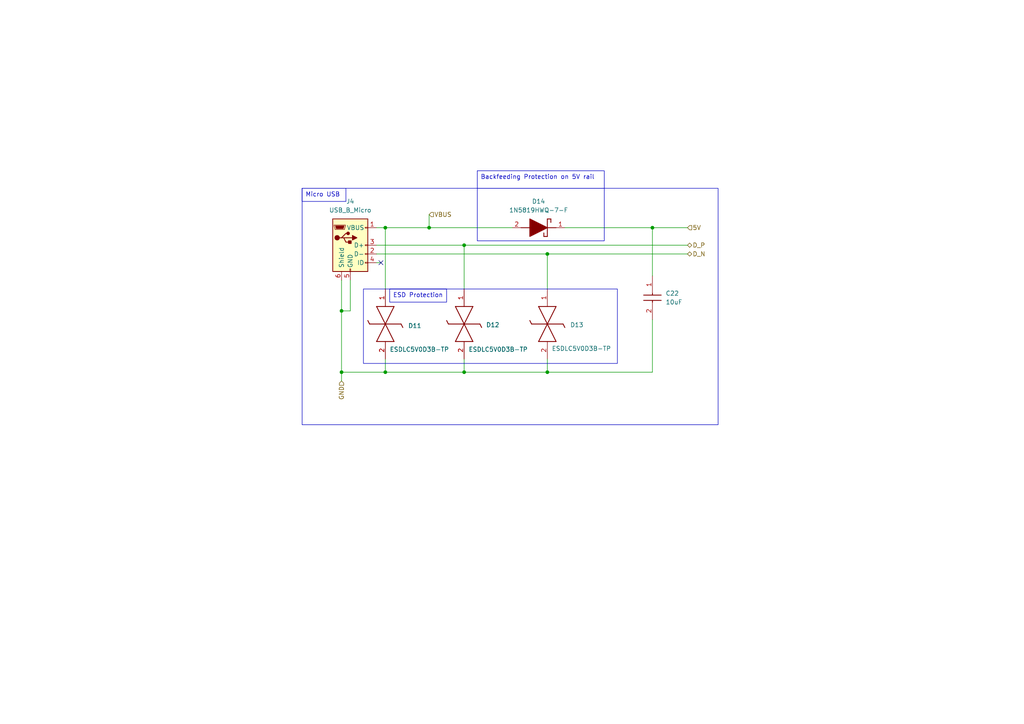
<source format=kicad_sch>
(kicad_sch (version 20250114) (generator "eeschema") (generator_version "9.0")
  (paper "A4")
  (lib_symbols
    (symbol "Connector:USB_B_Micro" (pin_names (offset 1.016))
      (property "Reference" "J" (at -5.08 11.43 0))
      (property "Value" "USB_B_Micro" (at -5.08 8.89 0))
      (symbol "USB_B_Micro_0_1"
        (rectangle (start -5.08 -7.62) (end 5.08 7.62) (stroke (width 0.254)) (fill (type background)))
        (polyline (pts (xy -4.699 5.842) (xy -4.699 5.588) (xy -4.445 4.826) (xy -4.445 4.572) (xy -1.651 4.572) (xy -1.651 4.826) (xy -1.397 5.588) (xy -1.397 5.842) (xy -4.699 5.842)))
        (polyline (pts (xy -4.318 5.588) (xy -1.778 5.588) (xy -2.032 4.826) (xy -4.064 4.826) (xy -4.318 5.588)) (fill (type outline)))
        (circle (center -3.81 2.159) (radius 0.635) (stroke (width 0.254)) (fill (type outline)))
        (polyline (pts (xy -3.175 2.159) (xy -2.54 2.159) (xy -1.27 3.429) (xy -0.635 3.429)) (stroke (width 0.254)))
        (polyline (pts (xy -2.54 2.159) (xy -1.905 2.159) (xy -1.27 0.889) (xy 0 0.889)) (stroke (width 0.254)))
        (polyline (pts (xy -1.905 2.159) (xy 0.635 2.159)) (stroke (width 0.254)))
        (circle (center -0.635 3.429) (radius 0.381) (stroke (width 0.254)) (fill (type outline)))
        (rectangle (start -0.127 -7.62) (end 0.127 -6.858))
        (rectangle (start 0.254 1.27) (end -0.508 0.508) (stroke (width 0.254)) (fill (type outline)))
        (polyline (pts (xy 0.635 2.794) (xy 0.635 1.524) (xy 1.905 2.159) (xy 0.635 2.794)) (stroke (width 0.254)) (fill (type outline)))
        (rectangle (start 5.08 4.953) (end 4.318 5.207))
        (rectangle (start 5.08 -0.127) (end 4.318 0.127))
        (rectangle (start 5.08 -2.667) (end 4.318 -2.413))
        (rectangle (start 5.08 -5.207) (end 4.318 -4.953))
      )
      (symbol "USB_B_Micro_1_1"
        (pin passive line (at -2.54 -10.16 90) (length 2.54) (name "Shield") (number "6"))
        (pin power_out line (at 0 -10.16 90) (length 2.54) (name "GND") (number "5"))
        (pin power_out line (at 7.62 5.08 180) (length 2.54) (name "VBUS") (number "1"))
        (pin bidirectional line (at 7.62 0 180) (length 2.54) (name "D+") (number "3"))
        (pin bidirectional line (at 7.62 -2.54 180) (length 2.54) (name "D-") (number "2"))
        (pin passive line (at 7.62 -5.08 180) (length 2.54) (name "ID") (number "4"))
      )
    )
    (symbol "SamacSys_Parts:1N5819HWQ-7-F" (pin_names (hide yes))
      (property "Reference" "D" (at 12.7 8.89 0))
      (property "Value" "1N5819HWQ-7-F" (at 12.7 6.35 0))
      (symbol "1N5819HWQ-7-F_1_1"
        (polyline (pts (xy 5.08 0) (xy 7.62 0)) (stroke (width 0.254)))
        (polyline (pts (xy 6.604 -1.524) (xy 6.604 -2.54)) (stroke (width 0.254)))
        (polyline (pts (xy 7.62 2.54) (xy 7.62 -2.54)) (stroke (width 0.254)))
        (polyline (pts (xy 7.62 2.54) (xy 8.636 2.54)) (stroke (width 0.254)))
        (polyline (pts (xy 7.62 0) (xy 12.7 2.54) (xy 12.7 -2.54) (xy 7.62 0)) (stroke (width 0.254)) (fill (type outline)))
        (polyline (pts (xy 7.62 -2.54) (xy 6.604 -2.54)) (stroke (width 0.254)))
        (polyline (pts (xy 8.636 1.524) (xy 8.636 2.54)) (stroke (width 0.254)))
        (polyline (pts (xy 12.7 0) (xy 15.24 0)) (stroke (width 0.254)))
        (pin passive line (at 2.54 0 0) (length 2.54) (name "K") (number "1"))
        (pin passive line (at 17.78 0 180) (length 2.54) (name "A") (number "2"))
      )
    )
    (symbol "SamacSys_Parts:CL21A106KAYNNNE" (pin_names (hide yes))
      (property "Reference" "C" (at 8.89 6.35 0))
      (property "Value" "CL21A106KAYNNNE" (at 8.89 3.81 0))
      (symbol "CL21A106KAYNNNE_1_1"
        (polyline (pts (xy 5.08 0) (xy 5.588 0)) (stroke (width 0.254)))
        (polyline (pts (xy 5.588 2.54) (xy 5.588 -2.54)) (stroke (width 0.254)))
        (polyline (pts (xy 7.112 2.54) (xy 7.112 -2.54)) (stroke (width 0.254)))
        (polyline (pts (xy 7.112 0) (xy 7.62 0)) (stroke (width 0.254)))
        (pin passive line (at 0 0 0) (length 5.08) (name "1") (number "1"))
        (pin passive line (at 12.7 0 180) (length 5.08) (name "2") (number "2"))
      )
    )
    (symbol "SamacSys_Parts:ESDLC5V0D3B-TP" (pin_names (hide yes))
      (property "Reference" "D" (at 15.24 8.89 0))
      (property "Value" "ESDLC5V0D3B-TP" (at 15.24 6.35 0))
      (symbol "ESDLC5V0D3B-TP_1_1"
        (polyline (pts (xy 5.08 2.54) (xy 5.08 -2.54)) (stroke (width 0.254)))
        (polyline (pts (xy 5.08 2.54) (xy 10.16 0)) (stroke (width 0.254)))
        (polyline (pts (xy 10.16 0) (xy 5.08 -2.54)) (stroke (width 0.254)))
        (polyline (pts (xy 10.16 0) (xy 15.24 -2.54)) (stroke (width 0.254)))
        (polyline (pts (xy 10.16 -4.572) (xy 9.144 -5.08)) (stroke (width 0.254)))
        (polyline (pts (xy 10.16 -4.572) (xy 10.16 4.572)) (stroke (width 0.254)))
        (polyline (pts (xy 11.176 5.08) (xy 10.16 4.572)) (stroke (width 0.254)))
        (polyline (pts (xy 15.24 2.54) (xy 10.16 0)) (stroke (width 0.254)))
        (polyline (pts (xy 15.24 2.54) (xy 15.24 -2.54)) (stroke (width 0.254)))
        (pin passive line (at 0 0 0) (length 5.08) (name "K1") (number "1"))
        (pin passive line (at 20.32 0 180) (length 5.08) (name "K2") (number "2"))
      )
    )
  )
  (rectangle (start 138.43 54.61) (end 175.26 69.85))
  (rectangle (start 87.63 54.61) (end 208.28 123.19))
  (rectangle (start 105.41 83.82) (end 179.07 105.41))
  (text_box "Backfeeding Protection on 5V rail" (at 138.43 49.53 0) (size 36.83 5.08) (margins 0.9525 0.9525 0.9525 0.9525) (effects (font (size 1.27 1.27)) (justify left top)))
  (text_box "ESD Protection" (at 113.03 83.82 0) (size 16.51 3.81) (margins 0.9525 0.9525 0.9525 0.9525) (effects (font (size 1.27 1.27)) (justify left top)))
  (text_box "Micro USB" (at 87.63 54.61 0) (size 12.7 3.81) (margins 0.9525 0.9525 0.9525 0.9525) (effects (font (size 1.27 1.27)) (justify left top)))
  (junction (at 99.06 107.95))
  (junction (at 124.46 66.04))
  (junction (at 158.75 107.95))
  (junction (at 134.62 71.12))
  (junction (at 111.76 107.95))
  (junction (at 111.76 66.04))
  (junction (at 189.23 66.04))
  (junction (at 158.75 73.66))
  (junction (at 134.62 107.95))
  (junction (at 99.06 90.17))
  (no_connect (at 110.49 76.2))
  (wire (pts (xy 189.23 66.04) (xy 199.39 66.04)))
  (wire (pts (xy 99.06 90.17) (xy 99.06 107.95)))
  (wire (pts (xy 111.76 66.04) (xy 111.76 83.82)))
  (wire (pts (xy 124.46 62.23) (xy 124.46 66.04)))
  (wire (pts (xy 134.62 107.95) (xy 158.75 107.95)))
  (wire (pts (xy 111.76 66.04) (xy 124.46 66.04)))
  (wire (pts (xy 163.83 66.04) (xy 189.23 66.04)))
  (wire (pts (xy 189.23 66.04) (xy 189.23 80.01)))
  (wire (pts (xy 99.06 107.95) (xy 111.76 107.95)))
  (wire (pts (xy 111.76 107.95) (xy 111.76 104.14)))
  (wire (pts (xy 134.62 71.12) (xy 199.39 71.12)))
  (wire (pts (xy 158.75 73.66) (xy 199.39 73.66)))
  (wire (pts (xy 134.62 104.14) (xy 134.62 107.95)))
  (wire (pts (xy 158.75 73.66) (xy 158.75 83.82)))
  (wire (pts (xy 99.06 81.28) (xy 99.06 90.17)))
  (wire (pts (xy 99.06 110.49) (xy 99.06 107.95)))
  (wire (pts (xy 109.22 66.04) (xy 111.76 66.04)))
  (wire (pts (xy 158.75 107.95) (xy 189.23 107.95)))
  (wire (pts (xy 101.6 90.17) (xy 99.06 90.17)))
  (wire (pts (xy 110.49 76.2) (xy 109.22 76.2)))
  (wire (pts (xy 101.6 81.28) (xy 101.6 90.17)))
  (wire (pts (xy 109.22 71.12) (xy 134.62 71.12)))
  (wire (pts (xy 189.23 92.71) (xy 189.23 107.95)))
  (wire (pts (xy 124.46 66.04) (xy 148.59 66.04)))
  (wire (pts (xy 134.62 107.95) (xy 111.76 107.95)))
  (wire (pts (xy 109.22 73.66) (xy 158.75 73.66)))
  (wire (pts (xy 158.75 104.14) (xy 158.75 107.95)))
  (wire (pts (xy 134.62 71.12) (xy 134.62 83.82)))
  (hierarchical_label "D_N" (shape bidirectional) (at 199.39 73.66 0))
  (hierarchical_label "5V" (shape input) (at 199.39 66.04 0))
  (hierarchical_label "GND" (shape input) (at 99.06 110.49 270))
  (hierarchical_label "VBUS" (shape input) (at 124.46 62.23 0))
  (hierarchical_label "D_P" (shape bidirectional) (at 199.39 71.12 0))
  (symbol (lib_id "SamacSys_Parts:1N5819HWQ-7-F") (at 166.37 66.04 180) (unit 1)
    (property "Reference" "D14" (at 156.21 58.42 0))
    (property "Value" "1N5819HWQ-7-F" (at 156.21 60.96 0))
    (property "Footprint" "SOD3716X145N" (effects (hide yes)))
    (property "Datasheet" "https://www.diodes.com//assets/Datasheets/1N5819HW.pdf" (effects (hide yes)))
    (property "Description" "Schottky Diode 40 V 1A Surface Mount SOD-123" (effects (hide yes)))
    (property "Height" "1.45" (effects (hide yes)))
    (property "Manufacturer_Name" "Diodes Incorporated" (effects (hide yes)))
    (property "Manufacturer_Part_Number" "1N5819HWQ-7-F" (effects (hide yes)))
    (property "Mouser Part Number" "621-1N5819HWQ-7-F" (effects (hide yes)))
    (property "Mouser Price/Stock" "https://www.mouser.co.uk/ProductDetail/Diodes-Incorporated/1N5819HWQ-7-F?qs=gZXFycFWdAPDr8BmsK1ygg%3D%3D" (effects (hide yes)))
    (property "Arrow Part Number" "1N5819HWQ-7-F" (effects (hide yes)))
    (property "Arrow Price/Stock" "https://www.arrow.com/en/products/1n5819hwq-7-f/diodes-incorporated?utm_currency=USD&region=europe" (effects (hide yes)))
  )
  (symbol (lib_id "SamacSys_Parts:CL21A106KAYNNNE") (at 189.23 80.01 270) (unit 1)
    (property "Reference" "C22" (at 193.04 85.0899 90) (effects (justify left)))
    (property "Value" "10uF" (at 193.04 87.6299 90) (effects (justify left)))
    (property "Footprint" "CAPC2012X145N" (effects (hide yes)))
    (property "Datasheet" "https://datasheet.datasheetarchive.com/originals/distributors/Datasheets_SAMA/6a45835c9b7400e9b49c55c38a8ff4a2.pdf" (effects (hide yes)))
    (property "Description" "Samsung" (effects (hide yes)))
    (property "Height" "1.45" (effects (hide yes)))
    (property "Manufacturer_Name" "SAMSUNG" (effects (hide yes)))
    (property "Manufacturer_Part_Number" "CL21A106KAYNNNE" (effects (hide yes)))
    (property "Mouser Part Number" "187-CL21A106KAYNNNE" (effects (hide yes)))
    (property "Mouser Price/Stock" "https://www.mouser.co.uk/ProductDetail/Samsung-Electro-Mechanics/CL21A106KAYNNNE?qs=yOVawPpwOwmTXAd4dJtNjA%3D%3D" (effects (hide yes)))
    (property "Arrow Part Number" "CL21A106KAYNNNE" (effects (hide yes)))
    (property "Arrow Price/Stock" "https://www.arrow.com/en/products/cl21a106kaynnne/samsung-electro-mechanics?utm_currency=USD&region=nac" (effects (hide yes)))
  )
  (symbol (lib_id "Connector:USB_B_Micro") (at 101.6 71.12 0) (unit 1)
    (property "Reference" "J4" (at 101.6 58.42 0))
    (property "Value" "USB_B_Micro" (at 101.6 60.96 0))
    (property "Description" "USB Micro Type B connector" (effects (hide yes)))
  )
  (symbol (lib_id "SamacSys_Parts:ESDLC5V0D3B-TP") (at 111.76 83.82 270) (unit 1)
    (property "Reference" "D11" (at 118.364 94.488 90) (effects (justify left)))
    (property "Value" "ESDLC5V0D3B-TP" (at 113.03 101.346 90) (effects (justify left)))
    (property "Footprint" "SOD2512X115N" (effects (hide yes)))
    (property "Datasheet" "https://www.mccsemi.com/pdf/Products/ESDLC3V3D3B~ESDLC12VD3B(SOD-323).pdf" (effects (hide yes)))
    (property "Description" "ESD Protection Devices" (effects (hide yes)))
    (property "Height" "1.15" (effects (hide yes)))
    (property "Manufacturer_Name" "MCC" (effects (hide yes)))
    (property "Manufacturer_Part_Number" "ESDLC5V0D3B-TP" (effects (hide yes)))
  )
  (symbol (lib_id "SamacSys_Parts:ESDLC5V0D3B-TP") (at 158.75 83.82 270) (unit 1)
    (property "Reference" "D13" (at 165.354 94.234 90) (effects (justify left)))
    (property "Value" "ESDLC5V0D3B-TP" (at 160.02 101.092 90) (effects (justify left)))
    (property "Footprint" "SOD2512X115N" (effects (hide yes)))
    (property "Datasheet" "https://www.mccsemi.com/pdf/Products/ESDLC3V3D3B~ESDLC12VD3B(SOD-323).pdf" (effects (hide yes)))
    (property "Description" "ESD Protection Devices" (effects (hide yes)))
    (property "Height" "1.15" (effects (hide yes)))
    (property "Manufacturer_Name" "MCC" (effects (hide yes)))
    (property "Manufacturer_Part_Number" "ESDLC5V0D3B-TP" (effects (hide yes)))
  )
  (symbol (lib_id "SamacSys_Parts:ESDLC5V0D3B-TP") (at 134.62 83.82 270) (unit 1)
    (property "Reference" "D12" (at 140.97 94.234 90) (effects (justify left)))
    (property "Value" "ESDLC5V0D3B-TP" (at 135.89 101.346 90) (effects (justify left)))
    (property "Footprint" "SOD2512X115N" (effects (hide yes)))
    (property "Datasheet" "https://www.mccsemi.com/pdf/Products/ESDLC3V3D3B~ESDLC12VD3B(SOD-323).pdf" (effects (hide yes)))
    (property "Description" "ESD Protection Devices" (effects (hide yes)))
    (property "Height" "1.15" (effects (hide yes)))
    (property "Manufacturer_Name" "MCC" (effects (hide yes)))
    (property "Manufacturer_Part_Number" "ESDLC5V0D3B-TP" (effects (hide yes)))
  )
)
</source>
